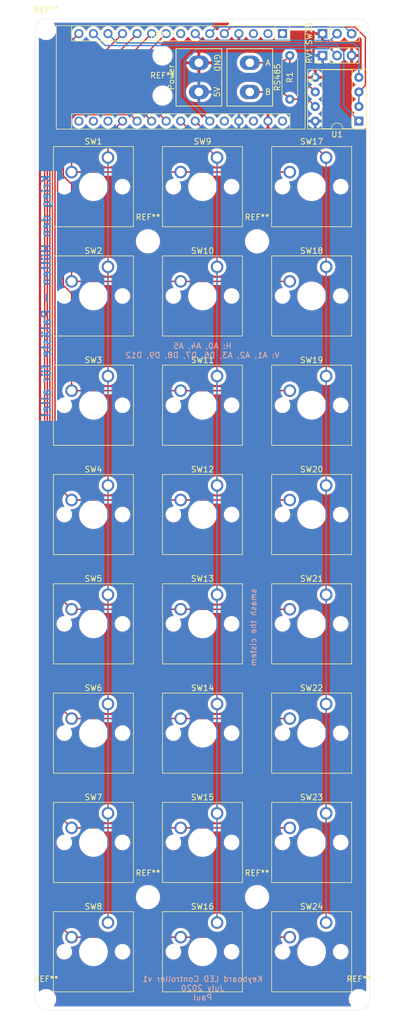
<source format=kicad_pcb>
(kicad_pcb (version 20171130) (host pcbnew 5.1.6)
  (layers (0 F.Cu signal) (31 B.Cu signal) (34 B.Paste user) (35 F.Paste user) (36 B.SilkS user) (37 F.SilkS user) (38 B.Mask user) (39 F.Mask user) (44 Edge.Cuts user))
  (net 0 "")
  (net 1 "Net-(A1-Pad16)")
  (net 2 C3)
  (net 3 "Net-(A1-Pad14)")
  (net 4 GND)
  (net 5 "Net-(A1-Pad13)")
  (net 6 "Net-(A1-Pad28)")
  (net 7 C2)
  (net 8 R8)
  (net 9 "Net-(A1-Pad26)")
  (net 10 R7)
  (net 11 "Net-(A1-Pad25)")
  (net 12 C1)
  (net 13 R6)
  (net 14 "Net-(A1-Pad8)")
  (net 15 R5)
  (net 16 "Net-(A1-Pad7)")
  (net 17 R4)
  (net 18 "Net-(A1-Pad6)")
  (net 19 R3)
  (net 20 "Net-(A1-Pad5)")
  (net 21 R2)
  (net 22 R1)
  (net 23 "Net-(A1-Pad3)")
  (net 24 "Net-(A1-Pad18)")
  (net 25 "Net-(A1-Pad2)")
  (net 26 "Net-(A1-Pad17)")
  (net 27 "Net-(A1-Pad1)")
  (net 28 "Net-(J1-Pad2)")
  (net 29 "Net-(J1-Pad1)")
  (net 30 +5V)
  (net 31 "Net-(A1-Pad30)")
  (module MountingHole:MountingHole_3.2mm_M3 (layer F.Cu) (at 89.535 59.055)
    (fp_text reference REF** (at 0 -4.2) (layer F.SilkS))
    (fp_text value MountingHole_3.2mm_M3)
    (pad 1 np_thru_hole circle (at 0 0) (size 3.2 3.2) (drill 3.2) (layers *.Cu *.Mask))
  )
  (module MountingHole:MountingHole_3.2mm_M3 (layer F.Cu) (at 108.585 59.055)
    (fp_text reference REF** (at 0 -4.2) (layer F.SilkS))
    (fp_text value MountingHole_3.2mm_M3)
    (pad 1 np_thru_hole circle (at 0 0) (size 3.2 3.2) (drill 3.2) (layers *.Cu *.Mask))
  )
  (module MountingHole:MountingHole_3.2mm_M3 (layer F.Cu) (at 108.585 173.355)
    (fp_text reference REF** (at 0 -4.2) (layer F.SilkS))
    (fp_text value MountingHole_3.2mm_M3)
    (pad 1 np_thru_hole circle (at 0 0) (size 3.2 3.2) (drill 3.2) (layers *.Cu *.Mask))
  )
  (module MountingHole:MountingHole_3.2mm_M3 (layer F.Cu) (at 89.535 173.355)
    (fp_text reference REF** (at 0 -4.2) (layer F.SilkS))
    (fp_text value MountingHole_3.2mm_M3)
    (pad 1 np_thru_hole circle (at 0 0) (size 3.2 3.2) (drill 3.2) (layers *.Cu *.Mask))
  )
  (module MountingHole:MountingHole_2.5mm (layer F.Cu) (at 71.755 191.135)
    (fp_text reference REF** (at 0 -3.5) (layer F.SilkS))
    (fp_text value MountingHole_2.5mm)
    (pad 1 np_thru_hole circle (at 0 0) (size 2.5 2.5) (drill 2.5) (layers *.Cu *.Mask))
  )
  (module MountingHole:MountingHole_2.5mm (layer F.Cu) (at 126.365 191.135)
    (fp_text reference REF** (at 0 -3.5) (layer F.SilkS))
    (fp_text value MountingHole_2.5mm)
    (pad 1 np_thru_hole circle (at 0 0) (size 2.5 2.5) (drill 2.5) (layers *.Cu *.Mask))
  )
  (module MountingHole:MountingHole_2.5mm (layer F.Cu) (at 71.755 22.225)
    (fp_text reference REF** (at 0 -3.5) (layer F.SilkS))
    (fp_text value MountingHole_2.5mm)
    (pad 1 np_thru_hole circle (at 0 0) (size 2.5 2.5) (drill 2.5) (layers *.Cu *.Mask))
  )
  (module MountingHole:MountingHole_2.5mm (layer F.Cu) (at 92.075 33.655)
    (fp_text reference REF** (at 0 -3.5) (layer F.SilkS))
    (fp_text value MountingHole_2.5mm)
    (pad 1 np_thru_hole circle (at 0 0) (size 2.5 2.5) (drill 2.5) (layers *.Cu *.Mask))
  )
  (module MountingHole:MountingHole_2.5mm (layer F.Cu) (at 92.075 26.67)
    (fp_text reference REF** (at 0 -3.5) (layer F.SilkS))
    (fp_text value MountingHole_2.5mm)
    (pad 1 np_thru_hole circle (at 0 0) (size 2.5 2.5) (drill 2.5) (layers *.Cu *.Mask))
  )
  (module custom:PinHeader_1x03_P2.54mm_VerticalABC (layer F.Cu) (at 120.015 22.86 90)
    (fp_text reference SW25 (at 0 -2.33 -90) (layer F.SilkS))
    (fp_text value Rotary_Encoder)
    (fp_line (start -1.33 -1.33) (end 0 -1.33) (layer F.SilkS) (width 0.12))
    (fp_line (start -1.33 0) (end -1.33 -1.33) (layer F.SilkS) (width 0.12))
    (fp_line (start -1.33 1.27) (end 1.33 1.27) (layer F.SilkS) (width 0.12))
    (fp_line (start 1.33 1.27) (end 1.33 6.41) (layer F.SilkS) (width 0.12))
    (fp_line (start -1.33 1.27) (end -1.33 6.41) (layer F.SilkS) (width 0.12))
    (fp_line (start -1.33 6.41) (end 1.33 6.41) (layer F.SilkS) (width 0.12))
    (pad C thru_hole rect (at 0 0 90) (size 1.7 1.7) (drill 1) (layers *.Cu *.Mask) (net 4 GND))
    (pad A thru_hole oval (at 0 2.54 90) (size 1.7 1.7) (drill 1) (layers *.Cu *.Mask) (net 16 "Net-(A1-Pad7)"))
    (pad B thru_hole oval (at 0 5.08 90) (size 1.7 1.7) (drill 1) (layers *.Cu *.Mask) (net 18 "Net-(A1-Pad6)"))
  )
  (module Connector_PinHeader_2.54mm:PinHeader_1x03_P2.54mm_Vertical (layer F.Cu) (at 120.015 26.67 90)
    (fp_text reference RV1 (at 0 -2.33 -90) (layer F.SilkS))
    (fp_text value R_POT)
    (fp_line (start -1.33 -1.33) (end 0 -1.33) (layer F.SilkS) (width 0.12))
    (fp_line (start -1.33 0) (end -1.33 -1.33) (layer F.SilkS) (width 0.12))
    (fp_line (start -1.33 1.27) (end 1.33 1.27) (layer F.SilkS) (width 0.12))
    (fp_line (start 1.33 1.27) (end 1.33 6.41) (layer F.SilkS) (width 0.12))
    (fp_line (start -1.33 1.27) (end -1.33 6.41) (layer F.SilkS) (width 0.12))
    (fp_line (start -1.33 6.41) (end 1.33 6.41) (layer F.SilkS) (width 0.12))
    (pad 3 thru_hole oval (at 0 5.08 90) (size 1.7 1.7) (drill 1) (layers *.Cu *.Mask) (net 4 GND))
    (pad 2 thru_hole oval (at 0 2.54 90) (size 1.7 1.7) (drill 1) (layers *.Cu *.Mask) (net 11 "Net-(A1-Pad25)"))
    (pad 1 thru_hole rect (at 0 0 90) (size 1.7 1.7) (drill 1) (layers *.Cu *.Mask) (net 30 +5V))
  )
  (module Module:Arduino_Nano (layer F.Cu) (at 113.03 22.86 270)
    (fp_text reference A1 (at 7.62 -5.08 270) (layer F.SilkS))
    (fp_text value Arduino_Nano_v2.x)
    (fp_line (start 16.64 -3.94) (end -1.4 -3.94) (layer F.SilkS) (width 0.12))
    (fp_line (start 16.64 39.5) (end 16.64 -3.94) (layer F.SilkS) (width 0.12))
    (fp_line (start -1.4 39.5) (end 16.64 39.5) (layer F.SilkS) (width 0.12))
    (fp_line (start 1.27 36.83) (end -1.4 36.83) (layer F.SilkS) (width 0.12))
    (fp_line (start 1.27 1.27) (end 1.27 36.83) (layer F.SilkS) (width 0.12))
    (fp_line (start 1.27 1.27) (end -1.4 1.27) (layer F.SilkS) (width 0.12))
    (fp_line (start 13.97 36.83) (end 16.64 36.83) (layer F.SilkS) (width 0.12))
    (fp_line (start 13.97 -1.27) (end 13.97 36.83) (layer F.SilkS) (width 0.12))
    (fp_line (start 13.97 -1.27) (end 16.64 -1.27) (layer F.SilkS) (width 0.12))
    (fp_line (start -1.4 -3.94) (end -1.4 -1.27) (layer F.SilkS) (width 0.12))
    (fp_line (start -1.4 1.27) (end -1.4 39.5) (layer F.SilkS) (width 0.12))
    (fp_line (start 1.27 -1.27) (end -1.4 -1.27) (layer F.SilkS) (width 0.12))
    (fp_line (start 1.27 1.27) (end 1.27 -1.27) (layer F.SilkS) (width 0.12))
    (pad 16 thru_hole oval (at 15.24 35.56 270) (size 1.6 1.6) (drill 1) (layers *.Cu *.Mask) (net 1 "Net-(A1-Pad16)"))
    (pad 15 thru_hole oval (at 0 35.56 270) (size 1.6 1.6) (drill 1) (layers *.Cu *.Mask) (net 8 R8))
    (pad 30 thru_hole oval (at 15.24 0 270) (size 1.6 1.6) (drill 1) (layers *.Cu *.Mask) (net 31 "Net-(A1-Pad30)"))
    (pad 14 thru_hole oval (at 0 33.02 270) (size 1.6 1.6) (drill 1) (layers *.Cu *.Mask) (net 3 "Net-(A1-Pad14)"))
    (pad 29 thru_hole oval (at 15.24 2.54 270) (size 1.6 1.6) (drill 1) (layers *.Cu *.Mask) (net 4 GND))
    (pad 13 thru_hole oval (at 0 30.48 270) (size 1.6 1.6) (drill 1) (layers *.Cu *.Mask) (net 5 "Net-(A1-Pad13)"))
    (pad 28 thru_hole oval (at 15.24 5.08 270) (size 1.6 1.6) (drill 1) (layers *.Cu *.Mask) (net 6 "Net-(A1-Pad28)"))
    (pad 12 thru_hole oval (at 0 27.94 270) (size 1.6 1.6) (drill 1) (layers *.Cu *.Mask) (net 10 R7))
    (pad 27 thru_hole oval (at 15.24 7.62 270) (size 1.6 1.6) (drill 1) (layers *.Cu *.Mask) (net 30 +5V))
    (pad 11 thru_hole oval (at 0 25.4 270) (size 1.6 1.6) (drill 1) (layers *.Cu *.Mask) (net 13 R6))
    (pad 26 thru_hole oval (at 15.24 10.16 270) (size 1.6 1.6) (drill 1) (layers *.Cu *.Mask) (net 9 "Net-(A1-Pad26)"))
    (pad 10 thru_hole oval (at 0 22.86 270) (size 1.6 1.6) (drill 1) (layers *.Cu *.Mask) (net 15 R5))
    (pad 25 thru_hole oval (at 15.24 12.7 270) (size 1.6 1.6) (drill 1) (layers *.Cu *.Mask) (net 11 "Net-(A1-Pad25)"))
    (pad 9 thru_hole oval (at 0 20.32 270) (size 1.6 1.6) (drill 1) (layers *.Cu *.Mask) (net 17 R4))
    (pad 24 thru_hole oval (at 15.24 15.24 270) (size 1.6 1.6) (drill 1) (layers *.Cu *.Mask) (net 2 C3))
    (pad 8 thru_hole oval (at 0 17.78 270) (size 1.6 1.6) (drill 1) (layers *.Cu *.Mask) (net 14 "Net-(A1-Pad8)"))
    (pad 23 thru_hole oval (at 15.24 17.78 270) (size 1.6 1.6) (drill 1) (layers *.Cu *.Mask) (net 7 C2))
    (pad 7 thru_hole oval (at 0 15.24 270) (size 1.6 1.6) (drill 1) (layers *.Cu *.Mask) (net 16 "Net-(A1-Pad7)"))
    (pad 22 thru_hole oval (at 15.24 20.32 270) (size 1.6 1.6) (drill 1) (layers *.Cu *.Mask) (net 19 R3))
    (pad 6 thru_hole oval (at 0 12.7 270) (size 1.6 1.6) (drill 1) (layers *.Cu *.Mask) (net 18 "Net-(A1-Pad6)"))
    (pad 21 thru_hole oval (at 15.24 22.86 270) (size 1.6 1.6) (drill 1) (layers *.Cu *.Mask) (net 21 R2))
    (pad 5 thru_hole oval (at 0 10.16 270) (size 1.6 1.6) (drill 1) (layers *.Cu *.Mask) (net 20 "Net-(A1-Pad5)"))
    (pad 20 thru_hole oval (at 15.24 25.4 270) (size 1.6 1.6) (drill 1) (layers *.Cu *.Mask) (net 22 R1))
    (pad 4 thru_hole oval (at 0 7.62 270) (size 1.6 1.6) (drill 1) (layers *.Cu *.Mask) (net 4 GND))
    (pad 19 thru_hole oval (at 15.24 27.94 270) (size 1.6 1.6) (drill 1) (layers *.Cu *.Mask) (net 12 C1))
    (pad 3 thru_hole oval (at 0 5.08 270) (size 1.6 1.6) (drill 1) (layers *.Cu *.Mask) (net 23 "Net-(A1-Pad3)"))
    (pad 18 thru_hole oval (at 15.24 30.48 270) (size 1.6 1.6) (drill 1) (layers *.Cu *.Mask) (net 24 "Net-(A1-Pad18)"))
    (pad 2 thru_hole oval (at 0 2.54 270) (size 1.6 1.6) (drill 1) (layers *.Cu *.Mask) (net 25 "Net-(A1-Pad2)"))
    (pad 17 thru_hole oval (at 15.24 33.02 270) (size 1.6 1.6) (drill 1) (layers *.Cu *.Mask) (net 26 "Net-(A1-Pad17)"))
    (pad 1 thru_hole rect (at 0 0 270) (size 1.6 1.6) (drill 1) (layers *.Cu *.Mask) (net 27 "Net-(A1-Pad1)"))
  )
  (module Button_Switch_Keyboard:SW_Cherry_MX_1.00u_PCB (layer F.Cu) (at 82.55 44.45)
    (fp_text reference SW1 (at -2.54 -2.794) (layer F.SilkS))
    (fp_text value SW_Push)
    (fp_line (start -9.525 12.065) (end -9.525 -1.905) (layer F.SilkS) (width 0.12))
    (fp_line (start 4.445 12.065) (end -9.525 12.065) (layer F.SilkS) (width 0.12))
    (fp_line (start 4.445 -1.905) (end 4.445 12.065) (layer F.SilkS) (width 0.12))
    (fp_line (start -9.525 -1.905) (end 4.445 -1.905) (layer F.SilkS) (width 0.12))
    (pad "" np_thru_hole circle (at 2.54 5.08) (size 1.7 1.7) (drill 1.7) (layers *.Cu *.Mask))
    (pad "" np_thru_hole circle (at -7.62 5.08) (size 1.7 1.7) (drill 1.7) (layers *.Cu *.Mask))
    (pad "" np_thru_hole circle (at -2.54 5.08) (size 4 4) (drill 4) (layers *.Cu *.Mask))
    (pad 2 thru_hole circle (at -6.35 2.54) (size 2.2 2.2) (drill 1.5) (layers *.Cu *.Mask) (net 22 R1))
    (pad 1 thru_hole circle (at 0 0) (size 2.2 2.2) (drill 1.5) (layers *.Cu *.Mask) (net 12 C1))
  )
  (module Package_DIP:DIP-8_W7.62mm_Socket (layer F.Cu) (at 126.365 38.1 180)
    (fp_text reference U1 (at 3.81 -2.33) (layer F.SilkS))
    (fp_text value ST485EBDR)
    (fp_line (start 8.95 -1.39) (end -1.33 -1.39) (layer F.SilkS) (width 0.12))
    (fp_line (start 8.95 9.01) (end 8.95 -1.39) (layer F.SilkS) (width 0.12))
    (fp_line (start -1.33 9.01) (end 8.95 9.01) (layer F.SilkS) (width 0.12))
    (fp_line (start -1.33 -1.39) (end -1.33 9.01) (layer F.SilkS) (width 0.12))
    (fp_line (start 6.46 -1.33) (end 4.81 -1.33) (layer F.SilkS) (width 0.12))
    (fp_line (start 6.46 8.95) (end 6.46 -1.33) (layer F.SilkS) (width 0.12))
    (fp_line (start 1.16 8.95) (end 6.46 8.95) (layer F.SilkS) (width 0.12))
    (fp_line (start 1.16 -1.33) (end 1.16 8.95) (layer F.SilkS) (width 0.12))
    (fp_line (start 2.81 -1.33) (end 1.16 -1.33) (layer F.SilkS) (width 0.12))
    (fp_arc (start 3.81 -1.33) (end 2.81 -1.33) (angle -180) (layer F.SilkS) (width 0.12))
    (pad 8 thru_hole oval (at 7.62 0 180) (size 1.6 1.6) (drill 0.8) (layers *.Cu *.Mask) (net 30 +5V))
    (pad 4 thru_hole oval (at 0 7.62 180) (size 1.6 1.6) (drill 0.8) (layers *.Cu *.Mask) (net 5 "Net-(A1-Pad13)"))
    (pad 7 thru_hole oval (at 7.62 2.54 180) (size 1.6 1.6) (drill 0.8) (layers *.Cu *.Mask) (net 29 "Net-(J1-Pad1)"))
    (pad 3 thru_hole oval (at 0 5.08 180) (size 1.6 1.6) (drill 0.8) (layers *.Cu *.Mask) (net 20 "Net-(A1-Pad5)"))
    (pad 6 thru_hole oval (at 7.62 5.08 180) (size 1.6 1.6) (drill 0.8) (layers *.Cu *.Mask) (net 28 "Net-(J1-Pad2)"))
    (pad 2 thru_hole oval (at 0 2.54 180) (size 1.6 1.6) (drill 0.8) (layers *.Cu *.Mask) (net 20 "Net-(A1-Pad5)"))
    (pad 5 thru_hole oval (at 7.62 7.62 180) (size 1.6 1.6) (drill 0.8) (layers *.Cu *.Mask) (net 4 GND))
    (pad 1 thru_hole rect (at 0 0 180) (size 1.6 1.6) (drill 0.8) (layers *.Cu *.Mask) (net 3 "Net-(A1-Pad14)"))
  )
  (module Button_Switch_Keyboard:SW_Cherry_MX_1.00u_PCB (layer F.Cu) (at 120.65 177.8)
    (fp_text reference SW24 (at -2.54 -2.794) (layer F.SilkS))
    (fp_text value SW_Push)
    (fp_line (start -9.525 12.065) (end -9.525 -1.905) (layer F.SilkS) (width 0.12))
    (fp_line (start 4.445 12.065) (end -9.525 12.065) (layer F.SilkS) (width 0.12))
    (fp_line (start 4.445 -1.905) (end 4.445 12.065) (layer F.SilkS) (width 0.12))
    (fp_line (start -9.525 -1.905) (end 4.445 -1.905) (layer F.SilkS) (width 0.12))
    (pad "" np_thru_hole circle (at 2.54 5.08) (size 1.7 1.7) (drill 1.7) (layers *.Cu *.Mask))
    (pad "" np_thru_hole circle (at -7.62 5.08) (size 1.7 1.7) (drill 1.7) (layers *.Cu *.Mask))
    (pad "" np_thru_hole circle (at -2.54 5.08) (size 4 4) (drill 4) (layers *.Cu *.Mask))
    (pad 2 thru_hole circle (at -6.35 2.54) (size 2.2 2.2) (drill 1.5) (layers *.Cu *.Mask) (net 8 R8))
    (pad 1 thru_hole circle (at 0 0) (size 2.2 2.2) (drill 1.5) (layers *.Cu *.Mask) (net 2 C3))
  )
  (module Button_Switch_Keyboard:SW_Cherry_MX_1.00u_PCB (layer F.Cu) (at 120.65 158.75)
    (fp_text reference SW23 (at -2.54 -2.794) (layer F.SilkS))
    (fp_text value SW_Push)
    (fp_line (start -9.525 12.065) (end -9.525 -1.905) (layer F.SilkS) (width 0.12))
    (fp_line (start 4.445 12.065) (end -9.525 12.065) (layer F.SilkS) (width 0.12))
    (fp_line (start 4.445 -1.905) (end 4.445 12.065) (layer F.SilkS) (width 0.12))
    (fp_line (start -9.525 -1.905) (end 4.445 -1.905) (layer F.SilkS) (width 0.12))
    (pad "" np_thru_hole circle (at 2.54 5.08) (size 1.7 1.7) (drill 1.7) (layers *.Cu *.Mask))
    (pad "" np_thru_hole circle (at -7.62 5.08) (size 1.7 1.7) (drill 1.7) (layers *.Cu *.Mask))
    (pad "" np_thru_hole circle (at -2.54 5.08) (size 4 4) (drill 4) (layers *.Cu *.Mask))
    (pad 2 thru_hole circle (at -6.35 2.54) (size 2.2 2.2) (drill 1.5) (layers *.Cu *.Mask) (net 10 R7))
    (pad 1 thru_hole circle (at 0 0) (size 2.2 2.2) (drill 1.5) (layers *.Cu *.Mask) (net 2 C3))
  )
  (module Button_Switch_Keyboard:SW_Cherry_MX_1.00u_PCB (layer F.Cu) (at 120.65 139.7)
    (fp_text reference SW22 (at -2.54 -2.794) (layer F.SilkS))
    (fp_text value SW_Push)
    (fp_line (start -9.525 12.065) (end -9.525 -1.905) (layer F.SilkS) (width 0.12))
    (fp_line (start 4.445 12.065) (end -9.525 12.065) (layer F.SilkS) (width 0.12))
    (fp_line (start 4.445 -1.905) (end 4.445 12.065) (layer F.SilkS) (width 0.12))
    (fp_line (start -9.525 -1.905) (end 4.445 -1.905) (layer F.SilkS) (width 0.12))
    (pad "" np_thru_hole circle (at 2.54 5.08) (size 1.7 1.7) (drill 1.7) (layers *.Cu *.Mask))
    (pad "" np_thru_hole circle (at -7.62 5.08) (size 1.7 1.7) (drill 1.7) (layers *.Cu *.Mask))
    (pad "" np_thru_hole circle (at -2.54 5.08) (size 4 4) (drill 4) (layers *.Cu *.Mask))
    (pad 2 thru_hole circle (at -6.35 2.54) (size 2.2 2.2) (drill 1.5) (layers *.Cu *.Mask) (net 13 R6))
    (pad 1 thru_hole circle (at 0 0) (size 2.2 2.2) (drill 1.5) (layers *.Cu *.Mask) (net 2 C3))
  )
  (module Button_Switch_Keyboard:SW_Cherry_MX_1.00u_PCB (layer F.Cu) (at 120.65 120.65)
    (fp_text reference SW21 (at -2.54 -2.794) (layer F.SilkS))
    (fp_text value SW_Push)
    (fp_line (start -9.525 12.065) (end -9.525 -1.905) (layer F.SilkS) (width 0.12))
    (fp_line (start 4.445 12.065) (end -9.525 12.065) (layer F.SilkS) (width 0.12))
    (fp_line (start 4.445 -1.905) (end 4.445 12.065) (layer F.SilkS) (width 0.12))
    (fp_line (start -9.525 -1.905) (end 4.445 -1.905) (layer F.SilkS) (width 0.12))
    (pad "" np_thru_hole circle (at 2.54 5.08) (size 1.7 1.7) (drill 1.7) (layers *.Cu *.Mask))
    (pad "" np_thru_hole circle (at -7.62 5.08) (size 1.7 1.7) (drill 1.7) (layers *.Cu *.Mask))
    (pad "" np_thru_hole circle (at -2.54 5.08) (size 4 4) (drill 4) (layers *.Cu *.Mask))
    (pad 2 thru_hole circle (at -6.35 2.54) (size 2.2 2.2) (drill 1.5) (layers *.Cu *.Mask) (net 15 R5))
    (pad 1 thru_hole circle (at 0 0) (size 2.2 2.2) (drill 1.5) (layers *.Cu *.Mask) (net 2 C3))
  )
  (module Button_Switch_Keyboard:SW_Cherry_MX_1.00u_PCB (layer F.Cu) (at 120.65 101.6)
    (fp_text reference SW20 (at -2.54 -2.794) (layer F.SilkS))
    (fp_text value SW_Push)
    (fp_line (start -9.525 12.065) (end -9.525 -1.905) (layer F.SilkS) (width 0.12))
    (fp_line (start 4.445 12.065) (end -9.525 12.065) (layer F.SilkS) (width 0.12))
    (fp_line (start 4.445 -1.905) (end 4.445 12.065) (layer F.SilkS) (width 0.12))
    (fp_line (start -9.525 -1.905) (end 4.445 -1.905) (layer F.SilkS) (width 0.12))
    (pad "" np_thru_hole circle (at 2.54 5.08) (size 1.7 1.7) (drill 1.7) (layers *.Cu *.Mask))
    (pad "" np_thru_hole circle (at -7.62 5.08) (size 1.7 1.7) (drill 1.7) (layers *.Cu *.Mask))
    (pad "" np_thru_hole circle (at -2.54 5.08) (size 4 4) (drill 4) (layers *.Cu *.Mask))
    (pad 2 thru_hole circle (at -6.35 2.54) (size 2.2 2.2) (drill 1.5) (layers *.Cu *.Mask) (net 17 R4))
    (pad 1 thru_hole circle (at 0 0) (size 2.2 2.2) (drill 1.5) (layers *.Cu *.Mask) (net 2 C3))
  )
  (module Button_Switch_Keyboard:SW_Cherry_MX_1.00u_PCB (layer F.Cu) (at 120.65 82.55)
    (fp_text reference SW19 (at -2.54 -2.794) (layer F.SilkS))
    (fp_text value SW_Push)
    (fp_line (start -9.525 12.065) (end -9.525 -1.905) (layer F.SilkS) (width 0.12))
    (fp_line (start 4.445 12.065) (end -9.525 12.065) (layer F.SilkS) (width 0.12))
    (fp_line (start 4.445 -1.905) (end 4.445 12.065) (layer F.SilkS) (width 0.12))
    (fp_line (start -9.525 -1.905) (end 4.445 -1.905) (layer F.SilkS) (width 0.12))
    (pad "" np_thru_hole circle (at 2.54 5.08) (size 1.7 1.7) (drill 1.7) (layers *.Cu *.Mask))
    (pad "" np_thru_hole circle (at -7.62 5.08) (size 1.7 1.7) (drill 1.7) (layers *.Cu *.Mask))
    (pad "" np_thru_hole circle (at -2.54 5.08) (size 4 4) (drill 4) (layers *.Cu *.Mask))
    (pad 2 thru_hole circle (at -6.35 2.54) (size 2.2 2.2) (drill 1.5) (layers *.Cu *.Mask) (net 19 R3))
    (pad 1 thru_hole circle (at 0 0) (size 2.2 2.2) (drill 1.5) (layers *.Cu *.Mask) (net 2 C3))
  )
  (module Button_Switch_Keyboard:SW_Cherry_MX_1.00u_PCB (layer F.Cu) (at 120.65 63.5)
    (fp_text reference SW18 (at -2.54 -2.794) (layer F.SilkS))
    (fp_text value SW_Push)
    (fp_line (start -9.525 12.065) (end -9.525 -1.905) (layer F.SilkS) (width 0.12))
    (fp_line (start 4.445 12.065) (end -9.525 12.065) (layer F.SilkS) (width 0.12))
    (fp_line (start 4.445 -1.905) (end 4.445 12.065) (layer F.SilkS) (width 0.12))
    (fp_line (start -9.525 -1.905) (end 4.445 -1.905) (layer F.SilkS) (width 0.12))
    (pad "" np_thru_hole circle (at 2.54 5.08) (size 1.7 1.7) (drill 1.7) (layers *.Cu *.Mask))
    (pad "" np_thru_hole circle (at -7.62 5.08) (size 1.7 1.7) (drill 1.7) (layers *.Cu *.Mask))
    (pad "" np_thru_hole circle (at -2.54 5.08) (size 4 4) (drill 4) (layers *.Cu *.Mask))
    (pad 2 thru_hole circle (at -6.35 2.54) (size 2.2 2.2) (drill 1.5) (layers *.Cu *.Mask) (net 21 R2))
    (pad 1 thru_hole circle (at 0 0) (size 2.2 2.2) (drill 1.5) (layers *.Cu *.Mask) (net 2 C3))
  )
  (module Button_Switch_Keyboard:SW_Cherry_MX_1.00u_PCB (layer F.Cu) (at 120.65 44.45)
    (fp_text reference SW17 (at -2.54 -2.794) (layer F.SilkS))
    (fp_text value SW_Push)
    (fp_line (start -9.525 12.065) (end -9.525 -1.905) (layer F.SilkS) (width 0.12))
    (fp_line (start 4.445 12.065) (end -9.525 12.065) (layer F.SilkS) (width 0.12))
    (fp_line (start 4.445 -1.905) (end 4.445 12.065) (layer F.SilkS) (width 0.12))
    (fp_line (start -9.525 -1.905) (end 4.445 -1.905) (layer F.SilkS) (width 0.12))
    (pad "" np_thru_hole circle (at 2.54 5.08) (size 1.7 1.7) (drill 1.7) (layers *.Cu *.Mask))
    (pad "" np_thru_hole circle (at -7.62 5.08) (size 1.7 1.7) (drill 1.7) (layers *.Cu *.Mask))
    (pad "" np_thru_hole circle (at -2.54 5.08) (size 4 4) (drill 4) (layers *.Cu *.Mask))
    (pad 2 thru_hole circle (at -6.35 2.54) (size 2.2 2.2) (drill 1.5) (layers *.Cu *.Mask) (net 22 R1))
    (pad 1 thru_hole circle (at 0 0) (size 2.2 2.2) (drill 1.5) (layers *.Cu *.Mask) (net 2 C3))
  )
  (module Button_Switch_Keyboard:SW_Cherry_MX_1.00u_PCB (layer F.Cu) (at 101.6 177.8)
    (fp_text reference SW16 (at -2.54 -2.794) (layer F.SilkS))
    (fp_text value SW_Push)
    (fp_line (start -9.525 12.065) (end -9.525 -1.905) (layer F.SilkS) (width 0.12))
    (fp_line (start 4.445 12.065) (end -9.525 12.065) (layer F.SilkS) (width 0.12))
    (fp_line (start 4.445 -1.905) (end 4.445 12.065) (layer F.SilkS) (width 0.12))
    (fp_line (start -9.525 -1.905) (end 4.445 -1.905) (layer F.SilkS) (width 0.12))
    (pad "" np_thru_hole circle (at 2.54 5.08) (size 1.7 1.7) (drill 1.7) (layers *.Cu *.Mask))
    (pad "" np_thru_hole circle (at -7.62 5.08) (size 1.7 1.7) (drill 1.7) (layers *.Cu *.Mask))
    (pad "" np_thru_hole circle (at -2.54 5.08) (size 4 4) (drill 4) (layers *.Cu *.Mask))
    (pad 2 thru_hole circle (at -6.35 2.54) (size 2.2 2.2) (drill 1.5) (layers *.Cu *.Mask) (net 8 R8))
    (pad 1 thru_hole circle (at 0 0) (size 2.2 2.2) (drill 1.5) (layers *.Cu *.Mask) (net 7 C2))
  )
  (module Button_Switch_Keyboard:SW_Cherry_MX_1.00u_PCB (layer F.Cu) (at 101.6 158.75)
    (fp_text reference SW15 (at -2.54 -2.794) (layer F.SilkS))
    (fp_text value SW_Push)
    (fp_line (start -9.525 12.065) (end -9.525 -1.905) (layer F.SilkS) (width 0.12))
    (fp_line (start 4.445 12.065) (end -9.525 12.065) (layer F.SilkS) (width 0.12))
    (fp_line (start 4.445 -1.905) (end 4.445 12.065) (layer F.SilkS) (width 0.12))
    (fp_line (start -9.525 -1.905) (end 4.445 -1.905) (layer F.SilkS) (width 0.12))
    (pad "" np_thru_hole circle (at 2.54 5.08) (size 1.7 1.7) (drill 1.7) (layers *.Cu *.Mask))
    (pad "" np_thru_hole circle (at -7.62 5.08) (size 1.7 1.7) (drill 1.7) (layers *.Cu *.Mask))
    (pad "" np_thru_hole circle (at -2.54 5.08) (size 4 4) (drill 4) (layers *.Cu *.Mask))
    (pad 2 thru_hole circle (at -6.35 2.54) (size 2.2 2.2) (drill 1.5) (layers *.Cu *.Mask) (net 10 R7))
    (pad 1 thru_hole circle (at 0 0) (size 2.2 2.2) (drill 1.5) (layers *.Cu *.Mask) (net 7 C2))
  )
  (module Button_Switch_Keyboard:SW_Cherry_MX_1.00u_PCB (layer F.Cu) (at 101.6 139.7)
    (fp_text reference SW14 (at -2.54 -2.794) (layer F.SilkS))
    (fp_text value SW_Push)
    (fp_line (start -9.525 12.065) (end -9.525 -1.905) (layer F.SilkS) (width 0.12))
    (fp_line (start 4.445 12.065) (end -9.525 12.065) (layer F.SilkS) (width 0.12))
    (fp_line (start 4.445 -1.905) (end 4.445 12.065) (layer F.SilkS) (width 0.12))
    (fp_line (start -9.525 -1.905) (end 4.445 -1.905) (layer F.SilkS) (width 0.12))
    (pad "" np_thru_hole circle (at 2.54 5.08) (size 1.7 1.7) (drill 1.7) (layers *.Cu *.Mask))
    (pad "" np_thru_hole circle (at -7.62 5.08) (size 1.7 1.7) (drill 1.7) (layers *.Cu *.Mask))
    (pad "" np_thru_hole circle (at -2.54 5.08) (size 4 4) (drill 4) (layers *.Cu *.Mask))
    (pad 2 thru_hole circle (at -6.35 2.54) (size 2.2 2.2) (drill 1.5) (layers *.Cu *.Mask) (net 13 R6))
    (pad 1 thru_hole circle (at 0 0) (size 2.2 2.2) (drill 1.5) (layers *.Cu *.Mask) (net 7 C2))
  )
  (module Button_Switch_Keyboard:SW_Cherry_MX_1.00u_PCB (layer F.Cu) (at 101.6 120.65)
    (fp_text reference SW13 (at -2.54 -2.794) (layer F.SilkS))
    (fp_text value SW_Push)
    (fp_line (start -9.525 12.065) (end -9.525 -1.905) (layer F.SilkS) (width 0.12))
    (fp_line (start 4.445 12.065) (end -9.525 12.065) (layer F.SilkS) (width 0.12))
    (fp_line (start 4.445 -1.905) (end 4.445 12.065) (layer F.SilkS) (width 0.12))
    (fp_line (start -9.525 -1.905) (end 4.445 -1.905) (layer F.SilkS) (width 0.12))
    (pad "" np_thru_hole circle (at 2.54 5.08) (size 1.7 1.7) (drill 1.7) (layers *.Cu *.Mask))
    (pad "" np_thru_hole circle (at -7.62 5.08) (size 1.7 1.7) (drill 1.7) (layers *.Cu *.Mask))
    (pad "" np_thru_hole circle (at -2.54 5.08) (size 4 4) (drill 4) (layers *.Cu *.Mask))
    (pad 2 thru_hole circle (at -6.35 2.54) (size 2.2 2.2) (drill 1.5) (layers *.Cu *.Mask) (net 15 R5))
    (pad 1 thru_hole circle (at 0 0) (size 2.2 2.2) (drill 1.5) (layers *.Cu *.Mask) (net 7 C2))
  )
  (module Button_Switch_Keyboard:SW_Cherry_MX_1.00u_PCB (layer F.Cu) (at 101.6 101.6)
    (fp_text reference SW12 (at -2.54 -2.794) (layer F.SilkS))
    (fp_text value SW_Push)
    (fp_line (start -9.525 12.065) (end -9.525 -1.905) (layer F.SilkS) (width 0.12))
    (fp_line (start 4.445 12.065) (end -9.525 12.065) (layer F.SilkS) (width 0.12))
    (fp_line (start 4.445 -1.905) (end 4.445 12.065) (layer F.SilkS) (width 0.12))
    (fp_line (start -9.525 -1.905) (end 4.445 -1.905) (layer F.SilkS) (width 0.12))
    (pad "" np_thru_hole circle (at 2.54 5.08) (size 1.7 1.7) (drill 1.7) (layers *.Cu *.Mask))
    (pad "" np_thru_hole circle (at -7.62 5.08) (size 1.7 1.7) (drill 1.7) (layers *.Cu *.Mask))
    (pad "" np_thru_hole circle (at -2.54 5.08) (size 4 4) (drill 4) (layers *.Cu *.Mask))
    (pad 2 thru_hole circle (at -6.35 2.54) (size 2.2 2.2) (drill 1.5) (layers *.Cu *.Mask) (net 17 R4))
    (pad 1 thru_hole circle (at 0 0) (size 2.2 2.2) (drill 1.5) (layers *.Cu *.Mask) (net 7 C2))
  )
  (module Button_Switch_Keyboard:SW_Cherry_MX_1.00u_PCB (layer F.Cu) (at 101.6 82.55)
    (fp_text reference SW11 (at -2.54 -2.794) (layer F.SilkS))
    (fp_text value SW_Push)
    (fp_line (start -9.525 12.065) (end -9.525 -1.905) (layer F.SilkS) (width 0.12))
    (fp_line (start 4.445 12.065) (end -9.525 12.065) (layer F.SilkS) (width 0.12))
    (fp_line (start 4.445 -1.905) (end 4.445 12.065) (layer F.SilkS) (width 0.12))
    (fp_line (start -9.525 -1.905) (end 4.445 -1.905) (layer F.SilkS) (width 0.12))
    (pad "" np_thru_hole circle (at 2.54 5.08) (size 1.7 1.7) (drill 1.7) (layers *.Cu *.Mask))
    (pad "" np_thru_hole circle (at -7.62 5.08) (size 1.7 1.7) (drill 1.7) (layers *.Cu *.Mask))
    (pad "" np_thru_hole circle (at -2.54 5.08) (size 4 4) (drill 4) (layers *.Cu *.Mask))
    (pad 2 thru_hole circle (at -6.35 2.54) (size 2.2 2.2) (drill 1.5) (layers *.Cu *.Mask) (net 19 R3))
    (pad 1 thru_hole circle (at 0 0) (size 2.2 2.2) (drill 1.5) (layers *.Cu *.Mask) (net 7 C2))
  )
  (module Button_Switch_Keyboard:SW_Cherry_MX_1.00u_PCB (layer F.Cu) (at 101.6 63.5)
    (fp_text reference SW10 (at -2.54 -2.794) (layer F.SilkS))
    (fp_text value SW_Push)
    (fp_line (start -9.525 12.065) (end -9.525 -1.905) (layer F.SilkS) (width 0.12))
    (fp_line (start 4.445 12.065) (end -9.525 12.065) (layer F.SilkS) (width 0.12))
    (fp_line (start 4.445 -1.905) (end 4.445 12.065) (layer F.SilkS) (width 0.12))
    (fp_line (start -9.525 -1.905) (end 4.445 -1.905) (layer F.SilkS) (width 0.12))
    (pad "" np_thru_hole circle (at 2.54 5.08) (size 1.7 1.7) (drill 1.7) (layers *.Cu *.Mask))
    (pad "" np_thru_hole circle (at -7.62 5.08) (size 1.7 1.7) (drill 1.7) (layers *.Cu *.Mask))
    (pad "" np_thru_hole circle (at -2.54 5.08) (size 4 4) (drill 4) (layers *.Cu *.Mask))
    (pad 2 thru_hole circle (at -6.35 2.54) (size 2.2 2.2) (drill 1.5) (layers *.Cu *.Mask) (net 21 R2))
    (pad 1 thru_hole circle (at 0 0) (size 2.2 2.2) (drill 1.5) (layers *.Cu *.Mask) (net 7 C2))
  )
  (module Button_Switch_Keyboard:SW_Cherry_MX_1.00u_PCB (layer F.Cu) (at 101.6 44.45)
    (fp_text reference SW9 (at -2.54 -2.794) (layer F.SilkS))
    (fp_text value SW_Push)
    (fp_line (start -9.525 12.065) (end -9.525 -1.905) (layer F.SilkS) (width 0.12))
    (fp_line (start 4.445 12.065) (end -9.525 12.065) (layer F.SilkS) (width 0.12))
    (fp_line (start 4.445 -1.905) (end 4.445 12.065) (layer F.SilkS) (width 0.12))
    (fp_line (start -9.525 -1.905) (end 4.445 -1.905) (layer F.SilkS) (width 0.12))
    (pad "" np_thru_hole circle (at 2.54 5.08) (size 1.7 1.7) (drill 1.7) (layers *.Cu *.Mask))
    (pad "" np_thru_hole circle (at -7.62 5.08) (size 1.7 1.7) (drill 1.7) (layers *.Cu *.Mask))
    (pad "" np_thru_hole circle (at -2.54 5.08) (size 4 4) (drill 4) (layers *.Cu *.Mask))
    (pad 2 thru_hole circle (at -6.35 2.54) (size 2.2 2.2) (drill 1.5) (layers *.Cu *.Mask) (net 22 R1))
    (pad 1 thru_hole circle (at 0 0) (size 2.2 2.2) (drill 1.5) (layers *.Cu *.Mask) (net 7 C2))
  )
  (module Button_Switch_Keyboard:SW_Cherry_MX_1.00u_PCB (layer F.Cu) (at 82.55 177.8)
    (fp_text reference SW8 (at -2.54 -2.794) (layer F.SilkS))
    (fp_text value SW_Push)
    (fp_line (start -9.525 12.065) (end -9.525 -1.905) (layer F.SilkS) (width 0.12))
    (fp_line (start 4.445 12.065) (end -9.525 12.065) (layer F.SilkS) (width 0.12))
    (fp_line (start 4.445 -1.905) (end 4.445 12.065) (layer F.SilkS) (width 0.12))
    (fp_line (start -9.525 -1.905) (end 4.445 -1.905) (layer F.SilkS) (width 0.12))
    (pad "" np_thru_hole circle (at 2.54 5.08) (size 1.7 1.7) (drill 1.7) (layers *.Cu *.Mask))
    (pad "" np_thru_hole circle (at -7.62 5.08) (size 1.7 1.7) (drill 1.7) (layers *.Cu *.Mask))
    (pad "" np_thru_hole circle (at -2.54 5.08) (size 4 4) (drill 4) (layers *.Cu *.Mask))
    (pad 2 thru_hole circle (at -6.35 2.54) (size 2.2 2.2) (drill 1.5) (layers *.Cu *.Mask) (net 8 R8))
    (pad 1 thru_hole circle (at 0 0) (size 2.2 2.2) (drill 1.5) (layers *.Cu *.Mask) (net 12 C1))
  )
  (module Button_Switch_Keyboard:SW_Cherry_MX_1.00u_PCB (layer F.Cu) (at 82.55 158.75)
    (fp_text reference SW7 (at -2.54 -2.794) (layer F.SilkS))
    (fp_text value SW_Push)
    (fp_line (start -9.525 12.065) (end -9.525 -1.905) (layer F.SilkS) (width 0.12))
    (fp_line (start 4.445 12.065) (end -9.525 12.065) (layer F.SilkS) (width 0.12))
    (fp_line (start 4.445 -1.905) (end 4.445 12.065) (layer F.SilkS) (width 0.12))
    (fp_line (start -9.525 -1.905) (end 4.445 -1.905) (layer F.SilkS) (width 0.12))
    (pad "" np_thru_hole circle (at 2.54 5.08) (size 1.7 1.7) (drill 1.7) (layers *.Cu *.Mask))
    (pad "" np_thru_hole circle (at -7.62 5.08) (size 1.7 1.7) (drill 1.7) (layers *.Cu *.Mask))
    (pad "" np_thru_hole circle (at -2.54 5.08) (size 4 4) (drill 4) (layers *.Cu *.Mask))
    (pad 2 thru_hole circle (at -6.35 2.54) (size 2.2 2.2) (drill 1.5) (layers *.Cu *.Mask) (net 10 R7))
    (pad 1 thru_hole circle (at 0 0) (size 2.2 2.2) (drill 1.5) (layers *.Cu *.Mask) (net 12 C1))
  )
  (module Button_Switch_Keyboard:SW_Cherry_MX_1.00u_PCB (layer F.Cu) (at 82.55 139.7)
    (fp_text reference SW6 (at -2.54 -2.794) (layer F.SilkS))
    (fp_text value SW_Push)
    (fp_line (start -9.525 12.065) (end -9.525 -1.905) (layer F.SilkS) (width 0.12))
    (fp_line (start 4.445 12.065) (end -9.525 12.065) (layer F.SilkS) (width 0.12))
    (fp_line (start 4.445 -1.905) (end 4.445 12.065) (layer F.SilkS) (width 0.12))
    (fp_line (start -9.525 -1.905) (end 4.445 -1.905) (layer F.SilkS) (width 0.12))
    (pad "" np_thru_hole circle (at 2.54 5.08) (size 1.7 1.7) (drill 1.7) (layers *.Cu *.Mask))
    (pad "" np_thru_hole circle (at -7.62 5.08) (size 1.7 1.7) (drill 1.7) (layers *.Cu *.Mask))
    (pad "" np_thru_hole circle (at -2.54 5.08) (size 4 4) (drill 4) (layers *.Cu *.Mask))
    (pad 2 thru_hole circle (at -6.35 2.54) (size 2.2 2.2) (drill 1.5) (layers *.Cu *.Mask) (net 13 R6))
    (pad 1 thru_hole circle (at 0 0) (size 2.2 2.2) (drill 1.5) (layers *.Cu *.Mask) (net 12 C1))
  )
  (module Button_Switch_Keyboard:SW_Cherry_MX_1.00u_PCB (layer F.Cu) (at 82.55 120.65)
    (fp_text reference SW5 (at -2.54 -2.794) (layer F.SilkS))
    (fp_text value SW_Push)
    (fp_line (start -9.525 12.065) (end -9.525 -1.905) (layer F.SilkS) (width 0.12))
    (fp_line (start 4.445 12.065) (end -9.525 12.065) (layer F.SilkS) (width 0.12))
    (fp_line (start 4.445 -1.905) (end 4.445 12.065) (layer F.SilkS) (width 0.12))
    (fp_line (start -9.525 -1.905) (end 4.445 -1.905) (layer F.SilkS) (width 0.12))
    (pad "" np_thru_hole circle (at 2.54 5.08) (size 1.7 1.7) (drill 1.7) (layers *.Cu *.Mask))
    (pad "" np_thru_hole circle (at -7.62 5.08) (size 1.7 1.7) (drill 1.7) (layers *.Cu *.Mask))
    (pad "" np_thru_hole circle (at -2.54 5.08) (size 4 4) (drill 4) (layers *.Cu *.Mask))
    (pad 2 thru_hole circle (at -6.35 2.54) (size 2.2 2.2) (drill 1.5) (layers *.Cu *.Mask) (net 15 R5))
    (pad 1 thru_hole circle (at 0 0) (size 2.2 2.2) (drill 1.5) (layers *.Cu *.Mask) (net 12 C1))
  )
  (module Button_Switch_Keyboard:SW_Cherry_MX_1.00u_PCB (layer F.Cu) (at 82.55 101.6)
    (fp_text reference SW4 (at -2.54 -2.794) (layer F.SilkS))
    (fp_text value SW_Push)
    (fp_line (start -9.525 12.065) (end -9.525 -1.905) (layer F.SilkS) (width 0.12))
    (fp_line (start 4.445 12.065) (end -9.525 12.065) (layer F.SilkS) (width 0.12))
    (fp_line (start 4.445 -1.905) (end 4.445 12.065) (layer F.SilkS) (width 0.12))
    (fp_line (start -9.525 -1.905) (end 4.445 -1.905) (layer F.SilkS) (width 0.12))
    (pad "" np_thru_hole circle (at 2.54 5.08) (size 1.7 1.7) (drill 1.7) (layers *.Cu *.Mask))
    (pad "" np_thru_hole circle (at -7.62 5.08) (size 1.7 1.7) (drill 1.7) (layers *.Cu *.Mask))
    (pad "" np_thru_hole circle (at -2.54 5.08) (size 4 4) (drill 4) (layers *.Cu *.Mask))
    (pad 2 thru_hole circle (at -6.35 2.54) (size 2.2 2.2) (drill 1.5) (layers *.Cu *.Mask) (net 17 R4))
    (pad 1 thru_hole circle (at 0 0) (size 2.2 2.2) (drill 1.5) (layers *.Cu *.Mask) (net 12 C1))
  )
  (module Button_Switch_Keyboard:SW_Cherry_MX_1.00u_PCB (layer F.Cu) (at 82.55 82.55)
    (fp_text reference SW3 (at -2.54 -2.794) (layer F.SilkS))
    (fp_text value SW_Push)
    (fp_line (start -9.525 12.065) (end -9.525 -1.905) (layer F.SilkS) (width 0.12))
    (fp_line (start 4.445 12.065) (end -9.525 12.065) (layer F.SilkS) (width 0.12))
    (fp_line (start 4.445 -1.905) (end 4.445 12.065) (layer F.SilkS) (width 0.12))
    (fp_line (start -9.525 -1.905) (end 4.445 -1.905) (layer F.SilkS) (width 0.12))
    (pad "" np_thru_hole circle (at 2.54 5.08) (size 1.7 1.7) (drill 1.7) (layers *.Cu *.Mask))
    (pad "" np_thru_hole circle (at -7.62 5.08) (size 1.7 1.7) (drill 1.7) (layers *.Cu *.Mask))
    (pad "" np_thru_hole circle (at -2.54 5.08) (size 4 4) (drill 4) (layers *.Cu *.Mask))
    (pad 2 thru_hole circle (at -6.35 2.54) (size 2.2 2.2) (drill 1.5) (layers *.Cu *.Mask) (net 19 R3))
    (pad 1 thru_hole circle (at 0 0) (size 2.2 2.2) (drill 1.5) (layers *.Cu *.Mask) (net 12 C1))
  )
  (module Button_Switch_Keyboard:SW_Cherry_MX_1.00u_PCB (layer F.Cu) (at 82.55 63.5)
    (fp_text reference SW2 (at -2.54 -2.794) (layer F.SilkS))
    (fp_text value SW_Push)
    (fp_line (start -9.525 12.065) (end -9.525 -1.905) (layer F.SilkS) (width 0.12))
    (fp_line (start 4.445 12.065) (end -9.525 12.065) (layer F.SilkS) (width 0.12))
    (fp_line (start 4.445 -1.905) (end 4.445 12.065) (layer F.SilkS) (width 0.12))
    (fp_line (start -9.525 -1.905) (end 4.445 -1.905) (layer F.SilkS) (width 0.12))
    (pad "" np_thru_hole circle (at 2.54 5.08) (size 1.7 1.7) (drill 1.7) (layers *.Cu *.Mask))
    (pad "" np_thru_hole circle (at -7.62 5.08) (size 1.7 1.7) (drill 1.7) (layers *.Cu *.Mask))
    (pad "" np_thru_hole circle (at -2.54 5.08) (size 4 4) (drill 4) (layers *.Cu *.Mask))
    (pad 2 thru_hole circle (at -6.35 2.54) (size 2.2 2.2) (drill 1.5) (layers *.Cu *.Mask) (net 21 R2))
    (pad 1 thru_hole circle (at 0 0) (size 2.2 2.2) (drill 1.5) (layers *.Cu *.Mask) (net 12 C1))
  )
  (module Resistor_THT:R_Axial_DIN0207_L6.3mm_D2.5mm_P7.62mm_Horizontal (layer F.Cu) (at 114.3 34.29 90)
    (fp_text reference R1 (at 3.81 0 270) (layer F.SilkS))
    (fp_text value R)
    (fp_line (start 7.08 1.37) (end 7.08 1.04) (layer F.SilkS) (width 0.12))
    (fp_line (start 0.54 1.37) (end 7.08 1.37) (layer F.SilkS) (width 0.12))
    (fp_line (start 0.54 1.04) (end 0.54 1.37) (layer F.SilkS) (width 0.12))
    (fp_line (start 7.08 -1.37) (end 7.08 -1.04) (layer F.SilkS) (width 0.12))
    (fp_line (start 0.54 -1.37) (end 7.08 -1.37) (layer F.SilkS) (width 0.12))
    (fp_line (start 0.54 -1.04) (end 0.54 -1.37) (layer F.SilkS) (width 0.12))
    (pad 2 thru_hole oval (at 7.62 0 90) (size 1.6 1.6) (drill 0.8) (layers *.Cu *.Mask) (net 28 "Net-(J1-Pad2)"))
    (pad 1 thru_hole circle (at 0 0 90) (size 1.6 1.6) (drill 0.8) (layers *.Cu *.Mask) (net 29 "Net-(J1-Pad1)"))
  )
  (module custom:termina_2pin (layer F.Cu) (at 98.425 30.48 270)
    (fp_text reference J2)
    (fp_text value Power (at 0 4.826 90) (layer F.SilkS))
    (fp_line (start -5.0038 -3.9878) (end 0 -3.9878) (layer F.SilkS) (width 0.15))
    (fp_line (start -5.0038 3.9878) (end -5.0038 -3.9878) (layer F.SilkS) (width 0.15))
    (fp_line (start 5.0038 3.9878) (end -5.0038 3.9878) (layer F.SilkS) (width 0.15))
    (fp_line (start 5.0038 -3.9878) (end 5.0038 3.9878) (layer F.SilkS) (width 0.15))
    (fp_line (start 0 -3.9878) (end 5.0038 -3.9878) (layer F.SilkS) (width 0.15))
    (pad 2 thru_hole oval (at 2.54 0 270) (size 2.5 3.5) (drill 1.5) (layers *.Cu *.Mask) (net 30 +5V))
    (pad 1 thru_hole oval (at -2.54 0 270) (size 2.5 3.5) (drill 1.5) (layers *.Cu *.Mask) (net 4 GND))
  )
  (module custom:termina_2pin (layer F.Cu) (at 107.315 30.48 90)
    (fp_text reference J1)
    (fp_text value RS485 (at 0 4.826 90) (layer F.SilkS))
    (fp_line (start -5.0038 -3.9878) (end 0 -3.9878) (layer F.SilkS) (width 0.15))
    (fp_line (start -5.0038 3.9878) (end -5.0038 -3.9878) (layer F.SilkS) (width 0.15))
    (fp_line (start 5.0038 3.9878) (end -5.0038 3.9878) (layer F.SilkS) (width 0.15))
    (fp_line (start 5.0038 -3.9878) (end 5.0038 3.9878) (layer F.SilkS) (width 0.15))
    (fp_line (start 0 -3.9878) (end 5.0038 -3.9878) (layer F.SilkS) (width 0.15))
    (pad 2 thru_hole oval (at 2.54 0 90) (size 2.5 3.5) (drill 1.5) (layers *.Cu *.Mask) (net 28 "Net-(J1-Pad2)"))
    (pad 1 thru_hole oval (at -2.54 0 90) (size 2.5 3.5) (drill 1.5) (layers *.Cu *.Mask) (net 29 "Net-(J1-Pad1)"))
  )
  (gr_text 5V (at 101.6 33.02 90) (layer F.SilkS) (effects (font (size 1 1))))
  (gr_text GND (at 101.6 27.94 270) (layer F.SilkS) (effects (font (size 1 1))))
  (gr_text B (at 110.49 33.02) (layer F.SilkS) (effects (font (size 1 1))))
  (gr_text A (at 110.49 27.94) (layer F.SilkS) (effects (font (size 1 1))))
  (gr_text "H: A0, A4, A5\nV: A1, A2, A3, D6, D7, D8, D9, D12" (at 99.06 78.105) (layer B.SilkS) (effects (font (size 1 1)) (justify mirror)))
  (gr_text "Krieg den Hütten - Paläste für alle!" (at 71.755 68.58 90) (layer B.Cu) (effects (font (size 1.5 1.5) (thickness 0.3)) (justify mirror)))
  (gr_text "smash the cistem" (at 107.95 126.365 90) (layer B.SilkS) (effects (font (size 1 1)) (justify mirror)))
  (gr_text "Keyboard LED Controller v1\nJuly 2020\nPaul" (at 99.06 189.23) (layer B.SilkS) (effects (font (size 1 1)) (justify mirror)))
  (gr_line (start 128.27 191.135) (end 128.27 22.225) (layer Edge.Cuts) (width 0.05))
  (gr_line (start 71.755 193.04) (end 126.365 193.04) (layer Edge.Cuts) (width 0.05))
  (gr_line (start 69.85 22.225) (end 69.85 191.135) (layer Edge.Cuts) (width 0.05))
  (gr_line (start 126.365 20.32) (end 71.755 20.32) (layer Edge.Cuts) (width 0.05))
  (gr_arc (start 126.365 22.225) (end 128.27 22.225) (angle -90) (layer Edge.Cuts) (width 0.05))
  (gr_arc (start 126.365 191.135) (end 126.365 193.04) (angle -90) (layer Edge.Cuts) (width 0.05))
  (gr_arc (start 71.755 191.135) (end 69.85 191.135) (angle -90) (layer Edge.Cuts) (width 0.05))
  (gr_arc (start 71.755 22.225) (end 71.755 20.32) (angle -90) (layer Edge.Cuts) (width 0.05))
  (segment (start 120.65 177.8) (end 120.65 44.45) (width 0.25) (layer B.Cu) (net 2))
  (segment (start 97.79 38.1) (end 100.33 40.64) (width 0.25) (layer F.Cu) (net 2))
  (segment (start 116.84 40.64) (end 120.65 44.45) (width 0.25) (layer F.Cu) (net 2))
  (segment (start 100.33 40.64) (end 116.84 40.64) (width 0.25) (layer F.Cu) (net 2))
  (segment (start 122.559022 24.93502) (end 82.08502 24.93502) (width 0.25) (layer B.Cu) (net 3))
  (segment (start 82.08502 24.93502) (end 80.01 22.86) (width 0.25) (layer B.Cu) (net 3))
  (segment (start 123.730001 26.105999) (end 122.559022 24.93502) (width 0.25) (layer B.Cu) (net 3))
  (segment (start 123.730001 35.465001) (end 123.730001 26.105999) (width 0.25) (layer B.Cu) (net 3))
  (segment (start 126.365 38.1) (end 123.730001 35.465001) (width 0.25) (layer B.Cu) (net 3))
  (segment (start 82.55 22.86) (end 84.17501 24.48501) (width 0.25) (layer B.Cu) (net 5))
  (segment (start 126.365 25.4) (end 125.45001 24.48501) (width 0.25) (layer B.Cu) (net 5))
  (segment (start 126.365 30.48) (end 126.365 25.4) (width 0.25) (layer B.Cu) (net 5))
  (segment (start 84.17501 24.48501) (end 125.45001 24.48501) (width 0.25) (layer B.Cu) (net 5))
  (segment (start 101.6 44.45) (end 101.6 177.8) (width 0.25) (layer B.Cu) (net 7))
  (segment (start 95.25 38.1) (end 101.6 44.45) (width 0.25) (layer F.Cu) (net 7))
  (segment (start 76.2 180.34) (end 114.3 180.34) (width 0.25) (layer F.Cu) (net 8))
  (segment (start 71.504954 28.825046) (end 77.47 22.86) (width 0.25) (layer F.Cu) (net 8))
  (segment (start 71.504954 175.644954) (end 71.504954 28.825046) (width 0.25) (layer F.Cu) (net 8))
  (segment (start 76.2 180.34) (end 71.504954 175.644954) (width 0.25) (layer F.Cu) (net 8))
  (segment (start 76.2 161.29) (end 114.3 161.29) (width 0.25) (layer F.Cu) (net 10))
  (segment (start 71.954963 35.995037) (end 85.09 22.86) (width 0.25) (layer F.Cu) (net 10))
  (segment (start 71.954963 157.044963) (end 71.954963 35.995037) (width 0.25) (layer F.Cu) (net 10))
  (segment (start 76.2 161.29) (end 71.954963 157.044963) (width 0.25) (layer F.Cu) (net 10))
  (segment (start 121.379999 25.494999) (end 122.555 26.67) (width 0.25) (layer B.Cu) (net 11))
  (segment (start 98.142601 25.494999) (end 121.379999 25.494999) (width 0.25) (layer B.Cu) (net 11))
  (segment (start 95.885 27.7526) (end 98.142601 25.494999) (width 0.25) (layer B.Cu) (net 11))
  (segment (start 95.885 33.655) (end 95.885 27.7526) (width 0.25) (layer B.Cu) (net 11))
  (segment (start 100.33 38.1) (end 95.885 33.655) (width 0.25) (layer B.Cu) (net 11))
  (segment (start 82.55 177.8) (end 82.55 44.45) (width 0.25) (layer B.Cu) (net 12))
  (segment (start 82.55 40.64) (end 85.09 38.1) (width 0.25) (layer F.Cu) (net 12))
  (segment (start 82.55 44.45) (end 82.55 40.64) (width 0.25) (layer F.Cu) (net 12))
  (segment (start 76.2 142.24) (end 114.3 142.24) (width 0.25) (layer F.Cu) (net 13))
  (segment (start 72.404972 38.085028) (end 87.63 22.86) (width 0.25) (layer F.Cu) (net 13))
  (segment (start 72.404972 138.444972) (end 72.404972 38.085028) (width 0.25) (layer F.Cu) (net 13))
  (segment (start 76.2 142.24) (end 72.404972 138.444972) (width 0.25) (layer F.Cu) (net 13))
  (segment (start 76.2 123.19) (end 114.3 123.19) (width 0.25) (layer F.Cu) (net 15))
  (segment (start 72.85498 119.84498) (end 76.2 123.19) (width 0.25) (layer F.Cu) (net 15))
  (segment (start 72.85498 38.504378) (end 72.85498 119.84498) (width 0.25) (layer F.Cu) (net 15))
  (segment (start 77.920009 35.109991) (end 76.249368 35.10999) (width 0.25) (layer F.Cu) (net 15))
  (segment (start 76.249368 35.10999) (end 72.85498 38.504378) (width 0.25) (layer F.Cu) (net 15))
  (segment (start 90.17 22.86) (end 77.920009 35.109991) (width 0.25) (layer F.Cu) (net 15))
  (segment (start 98.965001 24.035001) (end 97.79 22.86) (width 0.25) (layer B.Cu) (net 16))
  (segment (start 121.379999 24.035001) (end 98.965001 24.035001) (width 0.25) (layer B.Cu) (net 16))
  (segment (start 122.555 22.86) (end 121.379999 24.035001) (width 0.25) (layer B.Cu) (net 16))
  (segment (start 76.2 104.14) (end 114.3 104.14) (width 0.25) (layer F.Cu) (net 17))
  (segment (start 76.435768 35.56) (end 80.01 35.56) (width 0.25) (layer F.Cu) (net 17))
  (segment (start 73.30499 38.690778) (end 76.435768 35.56) (width 0.25) (layer F.Cu) (net 17))
  (segment (start 73.30499 101.24499) (end 73.30499 38.690778) (width 0.25) (layer F.Cu) (net 17))
  (segment (start 80.01 35.56) (end 92.71 22.86) (width 0.25) (layer F.Cu) (net 17))
  (segment (start 76.2 104.14) (end 73.30499 101.24499) (width 0.25) (layer F.Cu) (net 17))
  (segment (start 101.505001 21.684999) (end 100.33 22.86) (width 0.25) (layer B.Cu) (net 18))
  (segment (start 123.919999 21.684999) (end 101.505001 21.684999) (width 0.25) (layer B.Cu) (net 18))
  (segment (start 125.095 22.86) (end 123.919999 21.684999) (width 0.25) (layer B.Cu) (net 18))
  (segment (start 112.229002 85.09) (end 114.3 85.09) (width 0.25) (layer F.Cu) (net 19))
  (segment (start 76.2 85.09) (end 112.229002 85.09) (width 0.25) (layer F.Cu) (net 19))
  (segment (start 74.774999 66.724001) (end 74.774999 63.655001) (width 0.25) (layer F.Cu) (net 19))
  (segment (start 76.2 68.149002) (end 74.774999 66.724001) (width 0.25) (layer F.Cu) (net 19))
  (segment (start 76.2 85.09) (end 76.2 68.149002) (width 0.25) (layer F.Cu) (net 19))
  (segment (start 90.684979 36.074979) (end 92.71 38.1) (width 0.25) (layer F.Cu) (net 19))
  (segment (start 76.557199 36.074979) (end 90.684979 36.074979) (width 0.25) (layer F.Cu) (net 19))
  (segment (start 73.754999 38.877179) (end 76.557199 36.074979) (width 0.25) (layer F.Cu) (net 19))
  (segment (start 73.754999 62.635001) (end 73.754999 38.877179) (width 0.25) (layer F.Cu) (net 19))
  (segment (start 74.774999 63.655001) (end 73.754999 62.635001) (width 0.25) (layer F.Cu) (net 19))
  (segment (start 127.490001 23.515999) (end 127.490001 31.894999) (width 0.25) (layer F.Cu) (net 20))
  (segment (start 104.045001 21.684999) (end 125.659001 21.684999) (width 0.25) (layer F.Cu) (net 20))
  (segment (start 127.490001 31.894999) (end 126.365 33.02) (width 0.25) (layer F.Cu) (net 20))
  (segment (start 125.659001 21.684999) (end 127.490001 23.515999) (width 0.25) (layer F.Cu) (net 20))
  (segment (start 102.87 22.86) (end 104.045001 21.684999) (width 0.25) (layer F.Cu) (net 20))
  (segment (start 126.365 35.56) (end 126.365 33.02) (width 0.25) (layer B.Cu) (net 20))
  (segment (start 114.3 66.04) (end 76.2 66.04) (width 0.25) (layer F.Cu) (net 21))
  (segment (start 88.594989 36.524989) (end 90.17 38.1) (width 0.25) (layer F.Cu) (net 21))
  (segment (start 76.743599 36.524989) (end 88.594989 36.524989) (width 0.25) (layer F.Cu) (net 21))
  (segment (start 74.774999 38.493589) (end 76.743599 36.524989) (width 0.25) (layer F.Cu) (net 21))
  (segment (start 74.774999 47.674001) (end 74.774999 38.493589) (width 0.25) (layer F.Cu) (net 21))
  (segment (start 76.2 49.099002) (end 74.774999 47.674001) (width 0.25) (layer F.Cu) (net 21))
  (segment (start 76.2 66.04) (end 76.2 49.099002) (width 0.25) (layer F.Cu) (net 21))
  (segment (start 76.2 46.99) (end 114.3 46.99) (width 0.25) (layer F.Cu) (net 22))
  (segment (start 86.504999 36.974999) (end 87.63 38.1) (width 0.25) (layer F.Cu) (net 22))
  (segment (start 76.929999 36.974999) (end 86.504999 36.974999) (width 0.25) (layer F.Cu) (net 22))
  (segment (start 76.2 37.704998) (end 76.929999 36.974999) (width 0.25) (layer F.Cu) (net 22))
  (segment (start 76.2 46.99) (end 76.2 37.704998) (width 0.25) (layer F.Cu) (net 22))
  (segment (start 113.03 27.94) (end 114.3 26.67) (width 0.25) (layer F.Cu) (net 28))
  (segment (start 107.315 27.94) (end 113.03 27.94) (width 0.25) (layer F.Cu) (net 28))
  (segment (start 114.3 28.575) (end 114.3 26.67) (width 0.25) (layer F.Cu) (net 28))
  (segment (start 118.745 33.02) (end 114.3 28.575) (width 0.25) (layer F.Cu) (net 28))
  (segment (start 113.03 33.02) (end 114.3 34.29) (width 0.25) (layer F.Cu) (net 29))
  (segment (start 107.315 33.02) (end 113.03 33.02) (width 0.25) (layer F.Cu) (net 29))
  (segment (start 117.475 34.29) (end 118.745 35.56) (width 0.25) (layer F.Cu) (net 29))
  (segment (start 114.3 34.29) (end 117.475 34.29) (width 0.25) (layer F.Cu) (net 29))
  (zone (net 4) (net_name GND) (layer F.Cu) (connect_pads (clearance 0.508)) (min_thickness 0.254) (fill yes (arc_segments 32) (thermal_gap 0.508) (thermal_bridge_width 0.508))
    (polygon (pts (xy 127.635 192.405) (xy 70.485 192.405) (xy 70.485 20.955) (xy 127.635 20.955)))
  )
  (zone (net 30) (net_name +5V) (layer B.Cu) (connect_pads (clearance 0.508)) (min_thickness 0.254) (fill yes (arc_segments 32) (thermal_gap 0.508) (thermal_bridge_width 0.508))
    (polygon (pts (xy 127.635 192.405) (xy 70.485 192.405) (xy 70.485 20.955) (xy 127.635 20.955)))
  )
)
</source>
